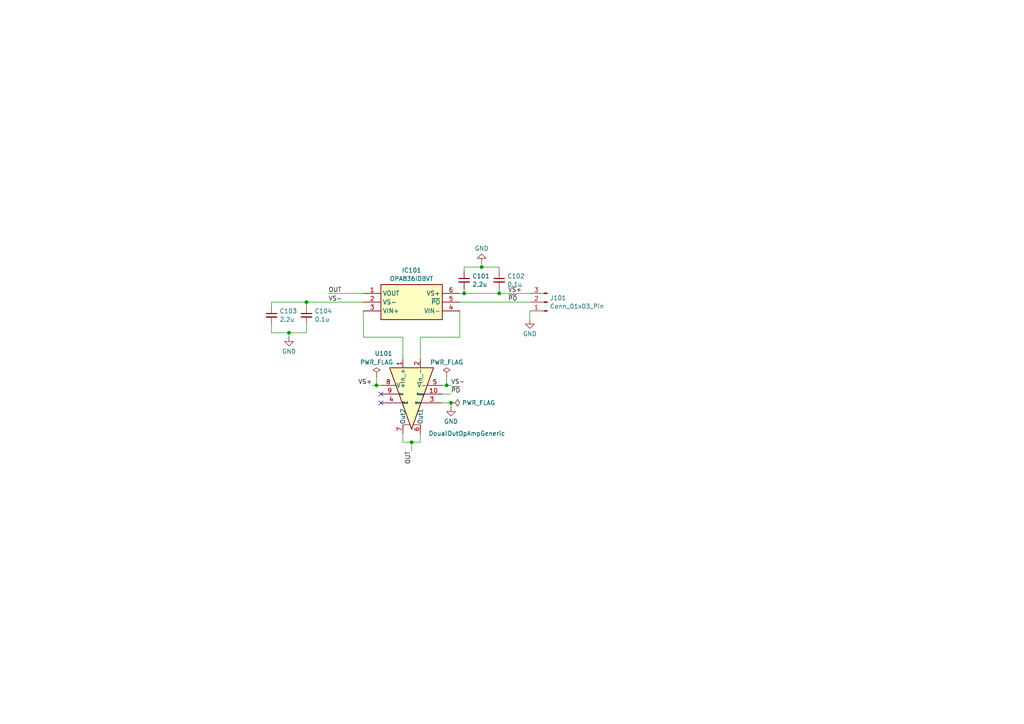
<source format=kicad_sch>
(kicad_sch (version 20231120) (generator "eeschema") (generator_version "8.0")
  (paper "A4")
  (lib_symbols
    (symbol "Connector:Conn_01x03_Pin" (pin_names (offset 1.016) hide)
      (property "Reference" "J" (at 0 5.08 0))
      (property "Value" "Conn_01x03_Pin" (at 0 -5.08 0))
      (symbol "Conn_01x03_Pin_1_1"
        (polyline (pts (xy 1.27 -2.54) (xy 0.8636 -2.54)) (stroke (width 0.1524)))
        (polyline (pts (xy 1.27 0) (xy 0.8636 0)) (stroke (width 0.1524)))
        (polyline (pts (xy 1.27 2.54) (xy 0.8636 2.54)) (stroke (width 0.1524)))
        (rectangle (start 0.8636 -2.413) (end 0 -2.667) (stroke (width 0.1524)) (fill (type outline)))
        (rectangle (start 0.8636 0.127) (end 0 -0.127) (stroke (width 0.1524)) (fill (type outline)))
        (rectangle (start 0.8636 2.667) (end 0 2.413) (stroke (width 0.1524)) (fill (type outline)))
        (pin passive line (at 5.08 2.54 180) (length 3.81) (name "Pin_1") (number "1"))
        (pin passive line (at 5.08 0 180) (length 3.81) (name "Pin_2") (number "2"))
        (pin passive line (at 5.08 -2.54 180) (length 3.81) (name "Pin_3") (number "3"))
      )
    )
    (symbol "Device:C_Small" (pin_numbers hide) (pin_names (offset 0.254) hide)
      (property "Reference" "C" (at 0.254 1.778 0))
      (property "Value" "C_Small" (at 0.254 -2.032 0))
      (symbol "C_Small_0_1"
        (polyline (pts (xy -1.524 -0.508) (xy 1.524 -0.508)) (stroke (width 0.3302)))
        (polyline (pts (xy -1.524 0.508) (xy 1.524 0.508)) (stroke (width 0.3048)))
      )
      (symbol "C_Small_1_1"
        (pin passive line (at 0 2.54 270) (length 2.032) (name "~") (number "1"))
        (pin passive line (at 0 -2.54 90) (length 2.032) (name "~") (number "2"))
      )
    )
    (symbol "OpAmpBoard:DoualOutOpAmpGeneric" (pin_names (offset 0.127))
      (property "Reference" "U" (at -5.842 8.636 0))
      (property "Value" "DoualOutOpAmpGeneric" (at -32.258 19.05 0))
      (symbol "DoualOutOpAmpGeneric_0_1"
        (polyline (pts (xy 12.7 -2.54) (xy 11.43 -2.54) (xy 11.43 -0.635)))
        (polyline (pts (xy 12.7 2.54) (xy 11.43 2.54) (xy 11.43 0.635)))
        (polyline (pts (xy 12.7 0) (xy -5.08 6.35) (xy -5.08 -6.35) (xy 12.7 0)) (stroke (width 0.254)) (fill (type background)))
      )
      (symbol "DoualOutOpAmpGeneric_1_1"
        (pin input line (at -7.62 2.54 0) (length 2.54) (name "In_+") (number "1"))
        (pin passive line (at 2.54 -8.89 90) (length 5.08) (name "Sleep") (number "10"))
        (pin input line (at -7.62 -2.54 0) (length 2.54) (name "In_-") (number "2"))
        (pin passive line (at 5.08 -8.89 90) (length 6) (name "Div1") (number "3"))
        (pin passive line (at 5.08 8.89 270) (length 6) (name "Div2") (number "4"))
        (pin power_in line (at 0 -8.89 90) (length 4.3) (name "V-") (number "5"))
        (pin output line (at 13.97 -2.54 180) (length 2.54) (name "Out1") (number "6"))
        (pin output line (at 13.97 2.54 180) (length 2.54) (name "Out2") (number "7"))
        (pin power_in line (at 0 8.89 270) (length 4.3) (name "V+") (number "8"))
        (pin passive line (at 2.54 8.89 270) (length 5.08) (name "Act") (number "9"))
      )
    )
    (symbol "OpAmpBoard_Mouser:OPA836IDBVT"
      (property "Reference" "IC" (at 24.13 7.62 0))
      (property "Value" "OPA836IDBVT" (at 24.13 5.08 0))
      (symbol "OPA836IDBVT_1_1"
        (rectangle (start 5.08 2.54) (end 22.86 -7.62) (stroke (width 0.254)) (fill (type background)))
        (pin passive line (at 0 0 0) (length 5.08) (name "VOUT") (number "1"))
        (pin passive line (at 0 -2.54 0) (length 5.08) (name "VS-") (number "2"))
        (pin passive line (at 0 -5.08 0) (length 5.08) (name "VIN+") (number "3"))
        (pin passive line (at 27.94 -5.08 180) (length 5.08) (name "VIN-") (number "4"))
        (pin passive line (at 27.94 -2.54 180) (length 5.08) (name "~{PD}") (number "5"))
        (pin passive line (at 27.94 0 180) (length 5.08) (name "VS+") (number "6"))
      )
    )
    (symbol "power:GND" (power) (pin_numbers hide) (pin_names (offset 0) hide)
      (property "Value" "GND" (at 0 -3.81 0))
      (symbol "GND_0_1"
        (polyline (pts (xy 0 0) (xy 0 -1.27) (xy 1.27 -1.27) (xy 0 -2.54) (xy -1.27 -1.27) (xy 0 -1.27)))
      )
      (symbol "GND_1_1"
        (pin power_in line (at 0 0 270) (length 0) (name "~") (number "1"))
      )
    )
    (symbol "power:PWR_FLAG" (power) (pin_numbers hide) (pin_names (offset 0) hide)
      (property "Value" "PWR_FLAG" (at 0 3.81 0))
      (symbol "PWR_FLAG_0_0"
        (pin power_out line (at 0 0 90) (length 0) (name "~") (number "1"))
      )
      (symbol "PWR_FLAG_0_1"
        (polyline (pts (xy 0 0) (xy 0 1.27) (xy -1.016 1.905) (xy 0 2.54) (xy 1.016 1.905) (xy 0 1.27)))
      )
    )
  )
  (junction (at 88.9 87.63))
  (junction (at 83.82 96.52))
  (junction (at 134.62 85.09))
  (junction (at 144.78 85.09))
  (junction (at 129.54 111.76))
  (junction (at 130.81 116.84))
  (junction (at 119.38 128.27))
  (junction (at 109.22 111.76))
  (junction (at 139.7 77.47))
  (no_connect (at 110.49 114.3))
  (no_connect (at 110.49 116.84))
  (wire (pts (xy 121.92 97.79) (xy 133.35 97.79)))
  (wire (pts (xy 88.9 96.52) (xy 83.82 96.52)))
  (wire (pts (xy 128.27 116.84) (xy 130.81 116.84)))
  (wire (pts (xy 121.92 104.14) (xy 121.92 97.79)))
  (wire (pts (xy 129.54 111.76) (xy 130.81 111.76)))
  (wire (pts (xy 144.78 85.09) (xy 153.67 85.09)))
  (wire (pts (xy 107.95 111.76) (xy 109.22 111.76)))
  (wire (pts (xy 134.62 77.47) (xy 134.62 78.74)))
  (wire (pts (xy 134.62 77.47) (xy 139.7 77.47)))
  (wire (pts (xy 133.35 85.09) (xy 134.62 85.09)))
  (wire (pts (xy 121.92 128.27) (xy 119.38 128.27)))
  (wire (pts (xy 109.22 109.22) (xy 109.22 111.76)))
  (wire (pts (xy 88.9 87.63) (xy 88.9 88.9)))
  (wire (pts (xy 133.35 87.63) (xy 153.67 87.63)))
  (wire (pts (xy 105.41 97.79) (xy 105.41 90.17)))
  (wire (pts (xy 121.92 125.73) (xy 121.92 128.27)))
  (wire (pts (xy 78.74 87.63) (xy 88.9 87.63)))
  (wire (pts (xy 116.84 97.79) (xy 105.41 97.79)))
  (wire (pts (xy 83.82 96.52) (xy 83.82 97.79)))
  (wire (pts (xy 78.74 88.9) (xy 78.74 87.63)))
  (wire (pts (xy 129.54 109.22) (xy 129.54 111.76)))
  (wire (pts (xy 144.78 83.82) (xy 144.78 85.09)))
  (wire (pts (xy 134.62 85.09) (xy 134.62 83.82)))
  (wire (pts (xy 109.22 111.76) (xy 110.49 111.76)))
  (wire (pts (xy 78.74 96.52) (xy 83.82 96.52)))
  (wire (pts (xy 144.78 77.47) (xy 139.7 77.47)))
  (wire (pts (xy 133.35 97.79) (xy 133.35 90.17)))
  (wire (pts (xy 88.9 93.98) (xy 88.9 96.52)))
  (wire (pts (xy 88.9 87.63) (xy 105.41 87.63)))
  (wire (pts (xy 153.67 90.17) (xy 153.67 92.71)))
  (wire (pts (xy 144.78 78.74) (xy 144.78 77.47)))
  (wire (pts (xy 130.81 116.84) (xy 130.81 118.11)))
  (wire (pts (xy 116.84 125.73) (xy 116.84 128.27)))
  (wire (pts (xy 119.38 128.27) (xy 119.38 130.81)))
  (wire (pts (xy 128.27 111.76) (xy 129.54 111.76)))
  (wire (pts (xy 139.7 77.47) (xy 139.7 76.2)))
  (wire (pts (xy 128.27 114.3) (xy 130.81 114.3)))
  (wire (pts (xy 134.62 85.09) (xy 144.78 85.09)))
  (wire (pts (xy 78.74 93.98) (xy 78.74 96.52)))
  (wire (pts (xy 95.25 85.09) (xy 105.41 85.09)))
  (wire (pts (xy 116.84 104.14) (xy 116.84 97.79)))
  (wire (pts (xy 116.84 128.27) (xy 119.38 128.27)))
  (label "VS+" (at 107.95 111.76 180))
  (label "VS-" (at 95.25 87.63 0))
  (label "VS+" (at 147.32 85.09 0))
  (label "OUT" (at 95.25 85.09 0))
  (label "OUT" (at 119.38 130.81 270))
  (label "~{PD}" (at 130.81 114.3 0))
  (label "~{PD}" (at 147.32 87.63 0))
  (label "VS-" (at 130.81 111.76 0))
  (symbol (lib_id "power:GND") (at 153.67 92.71 0) (unit 1)
    (property "Reference" "#PWR0103" (effects (hide yes)))
    (property "Value" "GND" (at 153.67 96.8431 0))
    (property "Description" "Power symbol creates a global label with name \"GND\" , ground" (effects (hide yes)))
  )
  (symbol (lib_id "power:GND") (at 139.7 76.2 180) (unit 1)
    (property "Reference" "#PWR0102" (effects (hide yes)))
    (property "Value" "GND" (at 139.7 72.0669 0))
    (property "Description" "Power symbol creates a global label with name \"GND\" , ground" (effects (hide yes)))
  )
  (symbol (lib_id "OpAmpBoard_Mouser:OPA836IDBVT") (at 105.41 85.09 0) (unit 1)
    (property "Reference" "IC101" (at 119.38 78.4055 0))
    (property "Value" "OPA836IDBVT" (at 119.38 80.8298 0))
    (property "Footprint" "OpAmpDevBoard_Mouser:SOT95P280X145-6N" (effects (hide yes)))
    (property "Datasheet" "http://www.ti.com/lit/ds/symlink/opa836.pdf" (effects (hide yes)))
    (property "Description" "Texas Instruments OPA836IDBVT Low Power Op Amp, 118MHz Rail-Rail, 2.5  5.5 V, 6-Pin SOT-23" (effects (hide yes)))
    (property "Height" "1.45" (effects (hide yes)))
    (property "Mouser Part Number" "595-OPA836IDBVT" (effects (hide yes)))
    (property "Mouser Price/Stock" "https://www.mouser.co.uk/ProductDetail/Texas-Instruments/OPA836IDBVT?qs=QtI0yD1FyOOU2xWz2P6RQg%3D%3D" (effects (hide yes)))
    (property "Manufacturer_Name" "Texas Instruments" (effects (hide yes)))
    (property "Manufacturer_Part_Number" "OPA836IDBVT" (effects (hide yes)))
  )
  (symbol (lib_id "Device:C_Small") (at 78.74 91.44 0) (unit 1)
    (property "Reference" "C103" (at 81.0641 90.2341 0) (effects (justify left)))
    (property "Value" "2.2u" (at 81.0641 92.6584 0) (effects (justify left)))
    (property "Footprint" "Capacitor_SMD:C_0805_2012Metric_Pad1.18x1.45mm_HandSolder" (effects (hide yes)))
    (property "Description" "Unpolarized capacitor, small symbol" (effects (hide yes)))
  )
  (symbol (lib_id "Connector:Conn_01x03_Pin") (at 158.75 87.63 180) (unit 1)
    (property "Reference" "J101" (at 159.4612 86.4178 0) (effects (justify right)))
    (property "Value" "Conn_01x03_Pin" (at 159.4612 88.8421 0) (effects (justify right)))
    (property "Footprint" "Connector_PinHeader_2.54mm:PinHeader_1x03_P2.54mm_Vertical" (effects (hide yes)))
    (property "Description" "Generic connector, single row, 01x03, script generated" (effects (hide yes)))
  )
  (symbol (lib_id "power:PWR_FLAG") (at 130.81 116.84 270) (unit 1)
    (property "Reference" "#FLG0101" (effects (hide yes)))
    (property "Value" "PWR_FLAG" (at 133.985 116.84 90) (effects (justify left)))
    (property "Description" "Special symbol for telling ERC where power comes from" (effects (hide yes)))
  )
  (symbol (lib_id "OpAmpBoard:DoualOutOpAmpGeneric") (at 119.38 111.76 90) (mirror x) (unit 1)
    (property "Reference" "U101" (at 113.8235 102.5355 90) (effects (justify left)))
    (property "Value" "DoualOutOpAmpGeneric" (at 146.558 125.73 90) (effects (justify left)))
    (property "Footprint" "OpAmpDevBoard:OpAmpBoardConnector" (effects (hide yes)))
  )
  (symbol (lib_id "Device:C_Small") (at 88.9 91.44 0) (unit 1)
    (property "Reference" "C104" (at 91.2241 90.2341 0) (effects (justify left)))
    (property "Value" "0.1u" (at 91.2241 92.6584 0) (effects (justify left)))
    (property "Footprint" "Capacitor_SMD:C_0805_2012Metric_Pad1.18x1.45mm_HandSolder" (effects (hide yes)))
    (property "Description" "Unpolarized capacitor, small symbol" (effects (hide yes)))
  )
  (symbol (lib_id "power:GND") (at 130.81 118.11 0) (unit 1)
    (property "Reference" "#PWR0104" (effects (hide yes)))
    (property "Value" "GND" (at 130.81 122.2431 0))
    (property "Description" "Power symbol creates a global label with name \"GND\" , ground" (effects (hide yes)))
  )
  (symbol (lib_id "power:GND") (at 83.82 97.79 0) (unit 1)
    (property "Reference" "#PWR0101" (effects (hide yes)))
    (property "Value" "GND" (at 83.82 101.9231 0))
    (property "Description" "Power symbol creates a global label with name \"GND\" , ground" (effects (hide yes)))
  )
  (symbol (lib_id "Device:C_Small") (at 144.78 81.28 0) (unit 1)
    (property "Reference" "C102" (at 147.1041 80.0741 0) (effects (justify left)))
    (property "Value" "0.1u" (at 147.1041 82.4984 0) (effects (justify left)))
    (property "Footprint" "Capacitor_SMD:C_0805_2012Metric_Pad1.18x1.45mm_HandSolder" (effects (hide yes)))
    (property "Description" "Unpolarized capacitor, small symbol" (effects (hide yes)))
  )
  (symbol (lib_id "power:PWR_FLAG") (at 129.54 109.22 0) (unit 1)
    (property "Reference" "#FLG0102" (effects (hide yes)))
    (property "Value" "PWR_FLAG" (at 129.54 105.0869 0))
    (property "Description" "Special symbol for telling ERC where power comes from" (effects (hide yes)))
  )
  (symbol (lib_id "power:PWR_FLAG") (at 109.22 109.22 0) (unit 1)
    (property "Reference" "#FLG0103" (effects (hide yes)))
    (property "Value" "PWR_FLAG" (at 109.22 105.0869 0))
    (property "Description" "Special symbol for telling ERC where power comes from" (effects (hide yes)))
  )
  (symbol (lib_id "Device:C_Small") (at 134.62 81.28 0) (unit 1)
    (property "Reference" "C101" (at 136.9441 80.0741 0) (effects (justify left)))
    (property "Value" "2.2u" (at 136.9441 82.4984 0) (effects (justify left)))
    (property "Footprint" "Capacitor_SMD:C_0805_2012Metric_Pad1.18x1.45mm_HandSolder" (effects (hide yes)))
    (property "Description" "Unpolarized capacitor, small symbol" (effects (hide yes)))
  )
)
</source>
